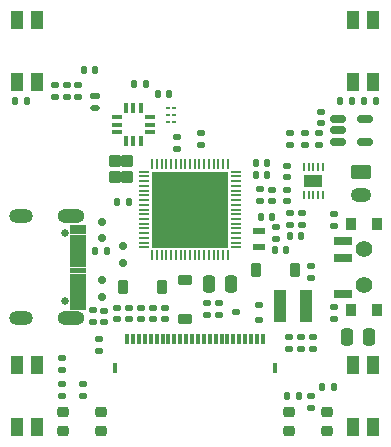
<source format=gts>
G04 #@! TF.GenerationSoftware,KiCad,Pcbnew,8.0.2*
G04 #@! TF.CreationDate,2025-05-08T21:28:10-06:00*
G04 #@! TF.ProjectId,kicad,6b696361-642e-46b6-9963-61645f706362,4*
G04 #@! TF.SameCoordinates,Original*
G04 #@! TF.FileFunction,Soldermask,Top*
G04 #@! TF.FilePolarity,Negative*
%FSLAX46Y46*%
G04 Gerber Fmt 4.6, Leading zero omitted, Abs format (unit mm)*
G04 Created by KiCad (PCBNEW 8.0.2) date 2025-05-08 21:28:10*
%MOMM*%
%LPD*%
G01*
G04 APERTURE LIST*
G04 Aperture macros list*
%AMRoundRect*
0 Rectangle with rounded corners*
0 $1 Rounding radius*
0 $2 $3 $4 $5 $6 $7 $8 $9 X,Y pos of 4 corners*
0 Add a 4 corners polygon primitive as box body*
4,1,4,$2,$3,$4,$5,$6,$7,$8,$9,$2,$3,0*
0 Add four circle primitives for the rounded corners*
1,1,$1+$1,$2,$3*
1,1,$1+$1,$4,$5*
1,1,$1+$1,$6,$7*
1,1,$1+$1,$8,$9*
0 Add four rect primitives between the rounded corners*
20,1,$1+$1,$2,$3,$4,$5,0*
20,1,$1+$1,$4,$5,$6,$7,0*
20,1,$1+$1,$6,$7,$8,$9,0*
20,1,$1+$1,$8,$9,$2,$3,0*%
G04 Aperture macros list end*
%ADD10C,0.010000*%
%ADD11R,1.000000X1.550000*%
%ADD12R,0.990600X2.692400*%
%ADD13RoundRect,0.140000X-0.170000X0.140000X-0.170000X-0.140000X0.170000X-0.140000X0.170000X0.140000X0*%
%ADD14RoundRect,0.218750X0.256250X-0.218750X0.256250X0.218750X-0.256250X0.218750X-0.256250X-0.218750X0*%
%ADD15RoundRect,0.135000X0.185000X-0.135000X0.185000X0.135000X-0.185000X0.135000X-0.185000X-0.135000X0*%
%ADD16RoundRect,0.140000X0.170000X-0.140000X0.170000X0.140000X-0.170000X0.140000X-0.170000X-0.140000X0*%
%ADD17RoundRect,0.150000X-0.200000X0.150000X-0.200000X-0.150000X0.200000X-0.150000X0.200000X0.150000X0*%
%ADD18RoundRect,0.104167X-0.295833X0.145833X-0.295833X-0.145833X0.295833X-0.145833X0.295833X0.145833X0*%
%ADD19O,0.800000X0.500000*%
%ADD20C,0.650000*%
%ADD21O,2.304000X1.204000*%
%ADD22O,2.004000X1.204000*%
%ADD23RoundRect,0.250000X-0.625000X0.350000X-0.625000X-0.350000X0.625000X-0.350000X0.625000X0.350000X0*%
%ADD24O,1.750000X1.200000*%
%ADD25RoundRect,0.062500X0.400000X0.062500X-0.400000X0.062500X-0.400000X-0.062500X0.400000X-0.062500X0*%
%ADD26RoundRect,0.062500X0.062500X0.400000X-0.062500X0.400000X-0.062500X-0.400000X0.062500X-0.400000X0*%
%ADD27R,6.400000X6.400000*%
%ADD28RoundRect,0.250000X-0.250000X-0.475000X0.250000X-0.475000X0.250000X0.475000X-0.250000X0.475000X0*%
%ADD29RoundRect,0.140000X-0.140000X-0.170000X0.140000X-0.170000X0.140000X0.170000X-0.140000X0.170000X0*%
%ADD30RoundRect,0.225000X0.375000X-0.225000X0.375000X0.225000X-0.375000X0.225000X-0.375000X-0.225000X0*%
%ADD31RoundRect,0.135000X-0.185000X0.135000X-0.185000X-0.135000X0.185000X-0.135000X0.185000X0.135000X0*%
%ADD32RoundRect,0.225000X0.225000X0.375000X-0.225000X0.375000X-0.225000X-0.375000X0.225000X-0.375000X0*%
%ADD33RoundRect,0.140000X0.140000X0.170000X-0.140000X0.170000X-0.140000X-0.170000X0.140000X-0.170000X0*%
%ADD34RoundRect,0.147500X-0.147500X-0.172500X0.147500X-0.172500X0.147500X0.172500X-0.147500X0.172500X0*%
%ADD35RoundRect,0.135000X-0.135000X-0.185000X0.135000X-0.185000X0.135000X0.185000X-0.135000X0.185000X0*%
%ADD36RoundRect,0.135000X0.135000X0.185000X-0.135000X0.185000X-0.135000X-0.185000X0.135000X-0.185000X0*%
%ADD37R,0.950000X0.350000*%
%ADD38R,0.350000X0.950000*%
%ADD39RoundRect,0.150000X-0.512500X-0.150000X0.512500X-0.150000X0.512500X0.150000X-0.512500X0.150000X0*%
%ADD40RoundRect,0.250000X0.250000X0.475000X-0.250000X0.475000X-0.250000X-0.475000X0.250000X-0.475000X0*%
%ADD41RoundRect,0.112500X0.237500X-0.112500X0.237500X0.112500X-0.237500X0.112500X-0.237500X-0.112500X0*%
%ADD42R,0.304800X0.254000*%
%ADD43R,1.498600X0.711200*%
%ADD44R,0.812800X0.990600*%
%ADD45C,1.397000*%
%ADD46R,0.203200X0.762000*%
%ADD47R,1.600200X0.990600*%
%ADD48RoundRect,0.150000X0.200000X-0.150000X0.200000X0.150000X-0.200000X0.150000X-0.200000X-0.150000X0*%
%ADD49R,0.330200X0.812800*%
%ADD50R,0.406400X0.812800*%
%ADD51R,1.100000X0.600000*%
%ADD52RoundRect,0.102000X0.375000X-0.425000X0.375000X0.425000X-0.375000X0.425000X-0.375000X-0.425000X0*%
G04 APERTURE END LIST*
D10*
X133130000Y-113222500D02*
X131880000Y-113222500D01*
X131880000Y-112522500D01*
X133130000Y-112522500D01*
X133130000Y-113222500D01*
G36*
X133130000Y-113222500D02*
G01*
X131880000Y-113222500D01*
X131880000Y-112522500D01*
X133130000Y-112522500D01*
X133130000Y-113222500D01*
G37*
X133130000Y-114022500D02*
X131880000Y-114022500D01*
X131880000Y-113322500D01*
X133130000Y-113322500D01*
X133130000Y-114022500D01*
G36*
X133130000Y-114022500D02*
G01*
X131880000Y-114022500D01*
X131880000Y-113322500D01*
X133130000Y-113322500D01*
X133130000Y-114022500D01*
G37*
X133130000Y-114522500D02*
X131880000Y-114522500D01*
X131880000Y-114122500D01*
X133130000Y-114122500D01*
X133130000Y-114522500D01*
G36*
X133130000Y-114522500D02*
G01*
X131880000Y-114522500D01*
X131880000Y-114122500D01*
X133130000Y-114122500D01*
X133130000Y-114522500D01*
G37*
X133130000Y-115022500D02*
X131880000Y-115022500D01*
X131880000Y-114622500D01*
X133130000Y-114622500D01*
X133130000Y-115022500D01*
G36*
X133130000Y-115022500D02*
G01*
X131880000Y-115022500D01*
X131880000Y-114622500D01*
X133130000Y-114622500D01*
X133130000Y-115022500D01*
G37*
X133130000Y-115522500D02*
X131880000Y-115522500D01*
X131880000Y-115122500D01*
X133130000Y-115122500D01*
X133130000Y-115522500D01*
G36*
X133130000Y-115522500D02*
G01*
X131880000Y-115522500D01*
X131880000Y-115122500D01*
X133130000Y-115122500D01*
X133130000Y-115522500D01*
G37*
X133130000Y-116022500D02*
X131880000Y-116022500D01*
X131880000Y-115622500D01*
X133130000Y-115622500D01*
X133130000Y-116022500D01*
G36*
X133130000Y-116022500D02*
G01*
X131880000Y-116022500D01*
X131880000Y-115622500D01*
X133130000Y-115622500D01*
X133130000Y-116022500D01*
G37*
X133130000Y-116522500D02*
X131880000Y-116522500D01*
X131880000Y-116122500D01*
X133130000Y-116122500D01*
X133130000Y-116522500D01*
G36*
X133130000Y-116522500D02*
G01*
X131880000Y-116522500D01*
X131880000Y-116122500D01*
X133130000Y-116122500D01*
X133130000Y-116522500D01*
G37*
X133130000Y-117022500D02*
X131880000Y-117022500D01*
X131880000Y-116622500D01*
X133130000Y-116622500D01*
X133130000Y-117022500D01*
G36*
X133130000Y-117022500D02*
G01*
X131880000Y-117022500D01*
X131880000Y-116622500D01*
X133130000Y-116622500D01*
X133130000Y-117022500D01*
G37*
X133130000Y-117522500D02*
X131880000Y-117522500D01*
X131880000Y-117122500D01*
X133130000Y-117122500D01*
X133130000Y-117522500D01*
G36*
X133130000Y-117522500D02*
G01*
X131880000Y-117522500D01*
X131880000Y-117122500D01*
X133130000Y-117122500D01*
X133130000Y-117522500D01*
G37*
X133130000Y-118022500D02*
X131880000Y-118022500D01*
X131880000Y-117622500D01*
X133130000Y-117622500D01*
X133130000Y-118022500D01*
G36*
X133130000Y-118022500D02*
G01*
X131880000Y-118022500D01*
X131880000Y-117622500D01*
X133130000Y-117622500D01*
X133130000Y-118022500D01*
G37*
X133130000Y-118822500D02*
X131880000Y-118822500D01*
X131880000Y-118122500D01*
X133130000Y-118122500D01*
X133130000Y-118822500D01*
G36*
X133130000Y-118822500D02*
G01*
X131880000Y-118822500D01*
X131880000Y-118122500D01*
X133130000Y-118122500D01*
X133130000Y-118822500D01*
G37*
X133130000Y-119622500D02*
X131880000Y-119622500D01*
X131880000Y-118922500D01*
X133130000Y-118922500D01*
X133130000Y-119622500D01*
G36*
X133130000Y-119622500D02*
G01*
X131880000Y-119622500D01*
X131880000Y-118922500D01*
X133130000Y-118922500D01*
X133130000Y-119622500D01*
G37*
D11*
X157539000Y-129628500D03*
X157539000Y-124378500D03*
X155839000Y-129628500D03*
X155839000Y-124378500D03*
D12*
X149707800Y-119400000D03*
X151892200Y-119400000D03*
D13*
X152300000Y-116000000D03*
X152300000Y-116960000D03*
D14*
X131300000Y-129912000D03*
X131300000Y-128337000D03*
D15*
X150500000Y-105770000D03*
X150500000Y-104750000D03*
D16*
X149325000Y-113680000D03*
X149325000Y-112720000D03*
D17*
X134600000Y-113650000D03*
X134600000Y-112250000D03*
D18*
X134000000Y-101600000D03*
D19*
X134000000Y-102616000D03*
D20*
X131430000Y-113182500D03*
X131430000Y-118962500D03*
D21*
X131930000Y-111752500D03*
D22*
X127750000Y-111752500D03*
D21*
X131930000Y-120392500D03*
D22*
X127750000Y-120392500D03*
D23*
X156500000Y-108000000D03*
D24*
X156500000Y-110000000D03*
D25*
X145937500Y-114400000D03*
X145937500Y-114000000D03*
X145937500Y-113600000D03*
X145937500Y-113200000D03*
X145937500Y-112800000D03*
X145937500Y-112400000D03*
X145937500Y-112000000D03*
X145937500Y-111600000D03*
X145937500Y-111200000D03*
X145937500Y-110800000D03*
X145937500Y-110400000D03*
X145937500Y-110000000D03*
X145937500Y-109600000D03*
X145937500Y-109200000D03*
X145937500Y-108800000D03*
X145937500Y-108400000D03*
X145937500Y-108000000D03*
D26*
X145250000Y-107312500D03*
X144850000Y-107312500D03*
X144450000Y-107312500D03*
X144050000Y-107312500D03*
X143650000Y-107312500D03*
X143250000Y-107312500D03*
X142850000Y-107312500D03*
X142450000Y-107312500D03*
X142050000Y-107312500D03*
X141650000Y-107312500D03*
X141250000Y-107312500D03*
X140850000Y-107312500D03*
X140450000Y-107312500D03*
X140050000Y-107312500D03*
X139650000Y-107312500D03*
X139250000Y-107312500D03*
X138850000Y-107312500D03*
D25*
X138162500Y-108000000D03*
X138162500Y-108400000D03*
X138162500Y-108800000D03*
X138162500Y-109200000D03*
X138162500Y-109600000D03*
X138162500Y-110000000D03*
X138162500Y-110400000D03*
X138162500Y-110800000D03*
X138162500Y-111200000D03*
X138162500Y-111600000D03*
X138162500Y-112000000D03*
X138162500Y-112400000D03*
X138162500Y-112800000D03*
X138162500Y-113200000D03*
X138162500Y-113600000D03*
X138162500Y-114000000D03*
X138162500Y-114400000D03*
D26*
X138850000Y-115087500D03*
X139250000Y-115087500D03*
X139650000Y-115087500D03*
X140050000Y-115087500D03*
X140450000Y-115087500D03*
X140850000Y-115087500D03*
X141250000Y-115087500D03*
X141650000Y-115087500D03*
X142050000Y-115087500D03*
X142450000Y-115087500D03*
X142850000Y-115087500D03*
X143250000Y-115087500D03*
X143650000Y-115087500D03*
X144050000Y-115087500D03*
X144450000Y-115087500D03*
X144850000Y-115087500D03*
X145250000Y-115087500D03*
D27*
X142050000Y-111200000D03*
D16*
X153150000Y-103880000D03*
X153150000Y-102920000D03*
D17*
X136400000Y-115700000D03*
X136400000Y-114300000D03*
D14*
X150438000Y-129912000D03*
X150438000Y-128337000D03*
D28*
X155300000Y-122000000D03*
X157200000Y-122000000D03*
D29*
X150490000Y-113450000D03*
X151450000Y-113450000D03*
D30*
X141600000Y-120450000D03*
X141600000Y-117150000D03*
D31*
X144500000Y-119090000D03*
X144500000Y-120110000D03*
X133800000Y-119690000D03*
X133800000Y-120710000D03*
D32*
X139650000Y-117730000D03*
X136350000Y-117730000D03*
D13*
X135880000Y-119520000D03*
X135880000Y-120480000D03*
D33*
X138280000Y-100600000D03*
X137320000Y-100600000D03*
D34*
X139315000Y-101400000D03*
X140285000Y-101400000D03*
D31*
X152460000Y-121960000D03*
X152460000Y-122980000D03*
D13*
X137900000Y-119520000D03*
X137900000Y-120480000D03*
D16*
X140950000Y-106060000D03*
X140950000Y-105100000D03*
D35*
X133990000Y-114750000D03*
X135010000Y-114750000D03*
D33*
X155730000Y-102000000D03*
X154770000Y-102000000D03*
D31*
X152250000Y-126990000D03*
X152250000Y-128010000D03*
D13*
X136880000Y-119520000D03*
X136880000Y-120480000D03*
D31*
X133000000Y-125980000D03*
X133000000Y-127000000D03*
D36*
X151260000Y-127000000D03*
X150240000Y-127000000D03*
D31*
X130600000Y-100640000D03*
X130600000Y-101660000D03*
D15*
X151750000Y-105760000D03*
X151750000Y-104740000D03*
D37*
X138650000Y-104650000D03*
X138650000Y-104000000D03*
X138650000Y-103350000D03*
D38*
X137900000Y-102600000D03*
X137250000Y-102600000D03*
X136600000Y-102600000D03*
D37*
X135850000Y-103350000D03*
X135850000Y-104000000D03*
X135850000Y-104650000D03*
D38*
X136600000Y-105400000D03*
X137250000Y-105400000D03*
X137900000Y-105400000D03*
D29*
X147620000Y-107300000D03*
X148580000Y-107300000D03*
D15*
X131250000Y-124760000D03*
X131250000Y-123740000D03*
D16*
X149000000Y-110480000D03*
X149000000Y-109520000D03*
D35*
X153240000Y-126250000D03*
X154260000Y-126250000D03*
D39*
X154612500Y-103550000D03*
X154612500Y-104500000D03*
X154612500Y-105450000D03*
X156887500Y-105450000D03*
X156887500Y-103550000D03*
D31*
X142950000Y-104740000D03*
X142950000Y-105760000D03*
X132600000Y-100640000D03*
X132600000Y-101660000D03*
D32*
X150950000Y-116300000D03*
X147650000Y-116300000D03*
D11*
X157539000Y-100407000D03*
X157539000Y-95157000D03*
X155839000Y-100407000D03*
X155839000Y-95157000D03*
D40*
X145550000Y-117500000D03*
X143650000Y-117500000D03*
D29*
X147620000Y-108250000D03*
X148580000Y-108250000D03*
D41*
X147900000Y-120550000D03*
X147900000Y-119250000D03*
X145900000Y-119900000D03*
D36*
X157760000Y-102000000D03*
X156740000Y-102000000D03*
D16*
X150400000Y-122990000D03*
X150400000Y-122030000D03*
X134750000Y-120730000D03*
X134750000Y-119770000D03*
D11*
X127401000Y-95150000D03*
X127401000Y-100400000D03*
X129101000Y-95150000D03*
X129101000Y-100400000D03*
D42*
X140200000Y-102626002D03*
X140200000Y-103213001D03*
X140200000Y-103800000D03*
X140708000Y-103800000D03*
X140708000Y-103213001D03*
X140708000Y-102626002D03*
D15*
X151500000Y-112510000D03*
X151500000Y-111490000D03*
D16*
X150250000Y-110500000D03*
X150250000Y-109540000D03*
D43*
X155040400Y-118315320D03*
X155040400Y-115330820D03*
X155040400Y-113832220D03*
D44*
X157850000Y-119722480D03*
X157850000Y-112422520D03*
X155650000Y-119722480D03*
X155650000Y-112422520D03*
D45*
X156750000Y-117566020D03*
X156750000Y-114568820D03*
D46*
X151699900Y-109981200D03*
X152099950Y-109981200D03*
X152500000Y-109981200D03*
X152900050Y-109981200D03*
X153300100Y-109981200D03*
X153300100Y-107619000D03*
X152900050Y-107619000D03*
X152500000Y-107619000D03*
X152099950Y-107619000D03*
X151699900Y-107619000D03*
D47*
X152500000Y-108800100D03*
D11*
X127399000Y-124371500D03*
X127399000Y-129621500D03*
X129099000Y-124371500D03*
X129099000Y-129621500D03*
D33*
X148980000Y-111800000D03*
X148020000Y-111800000D03*
D35*
X127240000Y-102000000D03*
X128260000Y-102000000D03*
D29*
X133040000Y-99400000D03*
X134000000Y-99400000D03*
D33*
X136850000Y-110600000D03*
X135890000Y-110600000D03*
D48*
X134600000Y-117200000D03*
X134600000Y-118600000D03*
D31*
X131250000Y-125990000D03*
X131250000Y-127010000D03*
D13*
X154200000Y-111600000D03*
X154200000Y-112560000D03*
X150500000Y-111520000D03*
X150500000Y-112480000D03*
D16*
X154200000Y-120430000D03*
X154200000Y-119470000D03*
D31*
X131600000Y-100640000D03*
X131600000Y-101660000D03*
D13*
X148000000Y-109500000D03*
X148000000Y-110460000D03*
X134300000Y-122180000D03*
X134300000Y-123140000D03*
D31*
X143500000Y-119100000D03*
X143500000Y-120120000D03*
D49*
X148219999Y-122156000D03*
X147719998Y-122156000D03*
X147219999Y-122156000D03*
X146719997Y-122156000D03*
X146219998Y-122156000D03*
X145719999Y-122156000D03*
X145219998Y-122156000D03*
X144719999Y-122156000D03*
X144219997Y-122156000D03*
X143719998Y-122156000D03*
X143219999Y-122156000D03*
X142719998Y-122156000D03*
X142219998Y-122156000D03*
X141719997Y-122156000D03*
X141219998Y-122156000D03*
X140719999Y-122156000D03*
X140219997Y-122156000D03*
X139719998Y-122156000D03*
X139219997Y-122156000D03*
X138719998Y-122156000D03*
X138219999Y-122156000D03*
X137719997Y-122156000D03*
X137219998Y-122156000D03*
X136719999Y-122156000D03*
D50*
X135720001Y-124656000D03*
X149219999Y-124656000D03*
D14*
X134500000Y-129912000D03*
X134500000Y-128337000D03*
X153638000Y-129912000D03*
X153638000Y-128337000D03*
D15*
X151460000Y-123000000D03*
X151460000Y-121980000D03*
D51*
X147875000Y-114375000D03*
X147875000Y-112975000D03*
D52*
X136725000Y-108475000D03*
X136725000Y-107125000D03*
X135675000Y-107125000D03*
X135675000Y-108475000D03*
D13*
X138900000Y-119520000D03*
X138900000Y-120480000D03*
D29*
X149250000Y-114650000D03*
X150210000Y-114650000D03*
D13*
X150250000Y-107520000D03*
X150250000Y-108480000D03*
X139900000Y-119520000D03*
X139900000Y-120480000D03*
D15*
X153000000Y-105760000D03*
X153000000Y-104740000D03*
M02*

</source>
